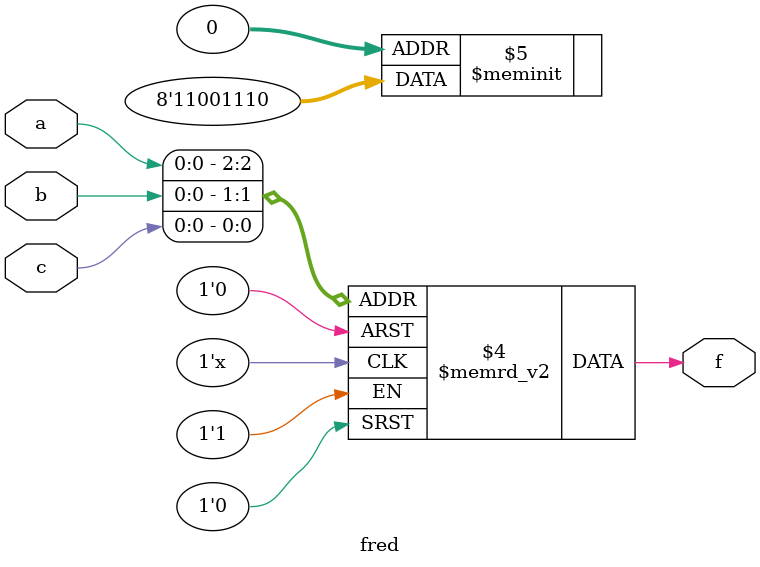
<source format=v>
module fred_test;
    reg a, b, c;
    wire x;

    fred cwd(a, b, c, x);
    initial begin
        a = 1'b0; b = 1'b0; c = 1'b0;
        #50
        a = 1'b0; b = 1'b0; c = 1'b1;
        #50
        a = 1'b0; b = 1'b1; c = 1'b0;
        #50
        a = 1'b0; b = 1'b1; c = 1'b1;
        #50
        a = 1'b1; b = 1'b0; c = 1'b0;
        #50
        a = 1'b1; b = 1'b0; c = 1'b1;
        #50
        a = 1'b1; b = 1'b1; c = 1'b0;
        #50
        a = 1'b1; b = 1'b1; c = 1'b1;
        #50
        $finish;
    end

endmodule // fred_test

module fred(a, b, c, f);
    output f;
    input a, b, c;
    reg f;
    always@(a or b or c)
        case ({a, b, c})
            3'b000: f = 1'b0;
            3'b001: f = 1'b1;
            3'b010: f = 1'b1;
            3'b011: f = 1'b1;
            3'b100: f = 1'b0;
            3'b101: f = 1'b0;
            3'b110: f = 1'b1;
            3'b111: f = 1'b1;
        endcase

endmodule // fred
</source>
